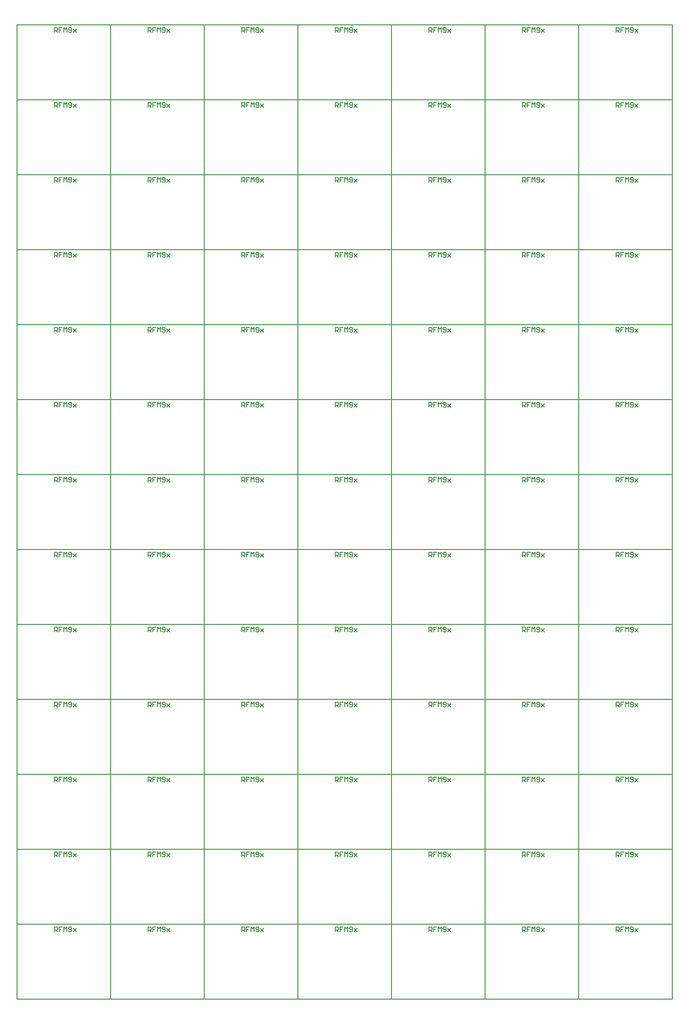
<source format=gm1>
G04 Layer_Color=16711935*
%FSLAX25Y25*%
%MOIN*%
G70*
G01*
G75*
%ADD16C,0.01000*%
D16*
X0Y0D02*
X100000D01*
X0D02*
Y80000D01*
X100000D01*
Y0D02*
Y80000D01*
X100000Y80000D02*
Y160000D01*
X0Y80000D02*
Y160000D01*
Y80000D02*
X100000D01*
X0Y160000D02*
X100000D01*
Y160000D02*
Y240000D01*
X0Y160000D02*
Y240000D01*
Y160000D02*
X100000D01*
X0Y240000D02*
X100000D01*
Y320000D01*
X0Y240000D02*
Y320000D01*
Y240000D02*
X100000D01*
X0Y320000D02*
X100000D01*
Y400000D01*
X0Y320000D02*
Y400000D01*
Y320000D02*
X100000D01*
X0Y400000D02*
X100000D01*
Y480000D01*
X0Y400000D02*
Y480000D01*
Y400000D02*
X100000D01*
X0Y480000D02*
X100000D01*
Y560000D01*
X0Y480000D02*
Y560000D01*
Y480000D02*
X100000D01*
X0Y560000D02*
X100000D01*
Y640000D01*
X0Y560000D02*
Y640000D01*
Y560000D02*
X100000D01*
X0Y640000D02*
X100000D01*
Y720000D01*
X0Y640000D02*
Y720000D01*
Y640000D02*
X100000D01*
X0Y720000D02*
X100000D01*
Y800000D01*
X0Y720000D02*
Y800000D01*
Y720000D02*
X100000D01*
X0Y800000D02*
X100000D01*
Y880000D01*
X0Y800000D02*
Y880000D01*
Y800000D02*
X100000D01*
X0Y880000D02*
X100000D01*
Y960000D01*
X0Y880000D02*
Y960000D01*
Y880000D02*
X100000D01*
X0Y960000D02*
X100000D01*
Y1040000D01*
X0Y960000D02*
Y1040000D01*
Y960000D02*
X100000D01*
X0Y1040000D02*
X100000D01*
X200000Y160000D02*
Y240000D01*
Y400000D02*
Y480000D01*
Y560000D02*
Y640000D01*
Y800000D02*
Y880000D01*
X200000Y0D02*
Y80000D01*
X200000Y80000D02*
Y160000D01*
Y240000D02*
Y320000D01*
Y400000D01*
Y480000D02*
Y560000D01*
Y640000D02*
Y720000D01*
Y800000D01*
Y880000D02*
Y960000D01*
Y1040000D01*
X100000Y160000D02*
Y240000D01*
Y400000D02*
Y480000D01*
Y560000D02*
Y640000D01*
Y800000D02*
Y880000D01*
X100000Y0D02*
Y80000D01*
X100000Y80000D02*
Y160000D01*
Y240000D02*
Y320000D01*
Y400000D01*
Y480000D02*
Y560000D01*
Y640000D02*
Y720000D01*
Y800000D01*
Y880000D02*
Y960000D01*
Y1040000D01*
X100000Y0D02*
X200000D01*
X100000Y80000D02*
X200000D01*
X100000Y80000D02*
X200000D01*
X100000Y160000D02*
X200000D01*
X100000Y160000D02*
X200000D01*
X100000Y240000D02*
X200000D01*
X100000D02*
X200000D01*
X100000Y320000D02*
X200000D01*
X100000D02*
X200000D01*
X100000Y400000D02*
X200000D01*
X100000D02*
X200000D01*
X100000Y480000D02*
X200000D01*
X100000D02*
X200000D01*
X100000Y560000D02*
X200000D01*
X100000D02*
X200000D01*
X100000Y640000D02*
X200000D01*
X100000D02*
X200000D01*
X100000Y720000D02*
X200000D01*
X100000D02*
X200000D01*
X100000Y800000D02*
X200000D01*
X100000D02*
X200000D01*
X100000Y880000D02*
X200000D01*
X100000D02*
X200000D01*
X100000Y960000D02*
X200000D01*
X100000D02*
X200000D01*
X100000Y1040000D02*
X200000D01*
X300000Y160000D02*
Y240000D01*
X300000Y160000D02*
Y240000D01*
X300000Y400000D02*
Y480000D01*
X300000Y400000D02*
Y480000D01*
X300000Y560000D02*
Y640000D01*
X300000Y560000D02*
Y640000D01*
X300000Y800000D02*
Y880000D01*
X300000Y800000D02*
Y880000D01*
X300000Y0D02*
Y80000D01*
X300000Y80000D02*
Y160000D01*
Y240000D02*
Y320000D01*
Y400000D01*
X300000Y80000D02*
Y160000D01*
Y240000D02*
Y320000D01*
Y400000D01*
X300000Y0D02*
Y80000D01*
X300000Y480000D02*
Y560000D01*
Y640000D02*
Y720000D01*
Y800000D01*
Y880000D02*
Y960000D01*
X300000Y480000D02*
Y560000D01*
Y720000D02*
Y800000D01*
Y880000D02*
Y960000D01*
Y640000D02*
Y720000D01*
X300000Y960000D02*
Y1040000D01*
X300000Y960000D02*
Y1040000D01*
X200000Y160000D02*
Y240000D01*
Y400000D02*
Y480000D01*
Y560000D02*
Y640000D01*
Y800000D02*
Y880000D01*
X400000Y160000D02*
Y240000D01*
Y400000D02*
Y480000D01*
Y560000D02*
Y640000D01*
Y800000D02*
Y880000D01*
X200000Y0D02*
Y80000D01*
X200000Y80000D02*
Y160000D01*
Y240000D02*
Y320000D01*
Y400000D01*
Y480000D02*
Y560000D01*
Y640000D02*
Y720000D01*
Y800000D01*
Y880000D02*
Y960000D01*
X400000Y80000D02*
Y160000D01*
Y240000D02*
Y320000D01*
Y400000D01*
X400000Y0D02*
Y80000D01*
X400000Y480000D02*
Y560000D01*
Y720000D02*
Y800000D01*
Y880000D02*
Y960000D01*
Y640000D02*
Y720000D01*
X200000Y960000D02*
Y1040000D01*
X400000Y960000D02*
Y1040000D01*
X200000Y0D02*
X300000D01*
X300000D02*
X400000D01*
X200000Y80000D02*
X300000D01*
X200000Y80000D02*
X300000D01*
X300000Y80000D02*
X400000D01*
X300000Y80000D02*
X400000D01*
X200000Y160000D02*
X300000D01*
X200000Y160000D02*
X300000D01*
X300000Y160000D02*
X400000D01*
X300000Y160000D02*
X400000D01*
X200000Y240000D02*
X300000D01*
X200000D02*
X300000D01*
X300000D02*
X400000D01*
X300000D02*
X400000D01*
X200000Y320000D02*
X300000D01*
X200000D02*
X300000D01*
X300000D02*
X400000D01*
X300000D02*
X400000D01*
X200000Y400000D02*
X300000D01*
X200000D02*
X300000D01*
X300000D02*
X400000D01*
X300000D02*
X400000D01*
X200000Y480000D02*
X300000D01*
X200000D02*
X300000D01*
X300000D02*
X400000D01*
X300000D02*
X400000D01*
X200000Y560000D02*
X300000D01*
X200000D02*
X300000D01*
X300000D02*
X400000D01*
X300000D02*
X400000D01*
X200000Y640000D02*
X300000D01*
X200000D02*
X300000D01*
X300000D02*
X400000D01*
X300000D02*
X400000D01*
X200000Y720000D02*
X300000D01*
X200000D02*
X300000D01*
X300000D02*
X400000D01*
X300000D02*
X400000D01*
X200000Y800000D02*
X300000D01*
X200000D02*
X300000D01*
X300000D02*
X400000D01*
X300000D02*
X400000D01*
X200000Y880000D02*
X300000D01*
X200000D02*
X300000D01*
X300000D02*
X400000D01*
X300000D02*
X400000D01*
X200000Y960000D02*
X300000D01*
X200000D02*
X300000D01*
X300000D02*
X400000D01*
X300000D02*
X400000D01*
X200000Y1040000D02*
X300000D01*
X300000D02*
X400000D01*
X500000Y160000D02*
Y240000D01*
X500000Y160000D02*
Y240000D01*
X500000Y400000D02*
Y480000D01*
X500000Y400000D02*
Y480000D01*
X500000Y560000D02*
Y640000D01*
X500000Y560000D02*
Y640000D01*
X500000Y800000D02*
Y880000D01*
X500000Y800000D02*
Y880000D01*
X500000Y0D02*
Y80000D01*
X500000Y80000D02*
Y160000D01*
Y240000D02*
Y320000D01*
Y400000D01*
X500000Y80000D02*
Y160000D01*
Y240000D02*
Y320000D01*
Y400000D01*
X500000Y0D02*
Y80000D01*
X500000Y480000D02*
Y560000D01*
Y640000D02*
Y720000D01*
Y800000D01*
Y880000D02*
Y960000D01*
X500000Y480000D02*
Y560000D01*
Y720000D02*
Y800000D01*
Y880000D02*
Y960000D01*
Y640000D02*
Y720000D01*
X500000Y960000D02*
Y1040000D01*
X500000Y960000D02*
Y1040000D01*
X400000Y160000D02*
Y240000D01*
Y400000D02*
Y480000D01*
Y560000D02*
Y640000D01*
Y800000D02*
Y880000D01*
X600000Y160000D02*
Y240000D01*
Y400000D02*
Y480000D01*
Y560000D02*
Y640000D01*
Y800000D02*
Y880000D01*
X400000Y0D02*
Y80000D01*
X400000Y80000D02*
Y160000D01*
Y240000D02*
Y320000D01*
Y400000D01*
Y480000D02*
Y560000D01*
Y640000D02*
Y720000D01*
Y800000D01*
Y880000D02*
Y960000D01*
X600000Y80000D02*
Y160000D01*
Y240000D02*
Y320000D01*
Y400000D01*
X600000Y0D02*
Y80000D01*
X600000Y480000D02*
Y560000D01*
Y720000D02*
Y800000D01*
Y880000D02*
Y960000D01*
Y640000D02*
Y720000D01*
X400000Y960000D02*
Y1040000D01*
X600000Y960000D02*
Y1040000D01*
X400000Y0D02*
X500000D01*
X500000D02*
X600000D01*
X400000Y80000D02*
X500000D01*
X400000Y80000D02*
X500000D01*
X500000Y80000D02*
X600000D01*
X500000Y80000D02*
X600000D01*
X400000Y160000D02*
X500000D01*
X400000Y160000D02*
X500000D01*
X500000Y160000D02*
X600000D01*
X500000Y160000D02*
X600000D01*
X400000Y240000D02*
X500000D01*
X400000D02*
X500000D01*
X500000D02*
X600000D01*
X500000D02*
X600000D01*
X400000Y320000D02*
X500000D01*
X400000D02*
X500000D01*
X500000D02*
X600000D01*
X500000D02*
X600000D01*
X400000Y400000D02*
X500000D01*
X400000D02*
X500000D01*
X500000D02*
X600000D01*
X500000D02*
X600000D01*
X400000Y480000D02*
X500000D01*
X400000D02*
X500000D01*
X500000D02*
X600000D01*
X500000D02*
X600000D01*
X400000Y560000D02*
X500000D01*
X400000D02*
X500000D01*
X500000D02*
X600000D01*
X500000D02*
X600000D01*
X400000Y640000D02*
X500000D01*
X400000D02*
X500000D01*
X500000D02*
X600000D01*
X500000D02*
X600000D01*
X400000Y720000D02*
X500000D01*
X400000D02*
X500000D01*
X500000D02*
X600000D01*
X500000D02*
X600000D01*
X400000Y800000D02*
X500000D01*
X400000D02*
X500000D01*
X500000D02*
X600000D01*
X500000D02*
X600000D01*
X400000Y880000D02*
X500000D01*
X400000D02*
X500000D01*
X500000D02*
X600000D01*
X500000D02*
X600000D01*
X400000Y960000D02*
X500000D01*
X400000D02*
X500000D01*
X500000D02*
X600000D01*
X500000D02*
X600000D01*
X400000Y1040000D02*
X500000D01*
X500000D02*
X600000D01*
X600000Y160000D02*
Y240000D01*
X600000Y160000D02*
Y240000D01*
X600000Y400000D02*
Y480000D01*
X600000Y400000D02*
Y480000D01*
X600000Y560000D02*
Y640000D01*
X600000Y560000D02*
Y640000D01*
X600000Y800000D02*
Y880000D01*
X600000Y800000D02*
Y880000D01*
X600000Y0D02*
Y80000D01*
X600000Y80000D02*
Y160000D01*
Y240000D02*
Y320000D01*
Y400000D01*
X600000Y80000D02*
Y160000D01*
Y240000D02*
Y320000D01*
Y400000D01*
X600000Y0D02*
Y80000D01*
X600000Y480000D02*
Y560000D01*
Y640000D02*
Y720000D01*
Y800000D01*
Y880000D02*
Y960000D01*
X600000Y480000D02*
Y560000D01*
Y720000D02*
Y800000D01*
Y880000D02*
Y960000D01*
Y640000D02*
Y720000D01*
X600000Y960000D02*
Y1040000D01*
X600000Y960000D02*
Y1040000D01*
X700000Y160000D02*
Y240000D01*
Y400000D02*
Y480000D01*
Y560000D02*
Y640000D01*
Y800000D02*
Y880000D01*
Y80000D02*
Y160000D01*
Y240000D02*
Y320000D01*
Y400000D01*
X700000Y0D02*
Y80000D01*
X700000Y480000D02*
Y560000D01*
Y720000D02*
Y800000D01*
Y880000D02*
Y960000D01*
Y640000D02*
Y720000D01*
Y960000D02*
Y1040000D01*
X600000Y0D02*
X700000D01*
X600000Y80000D02*
X700000D01*
X600000Y80000D02*
X700000D01*
X600000Y160000D02*
X700000D01*
X600000Y160000D02*
X700000D01*
X600000Y240000D02*
X700000D01*
X600000D02*
X700000D01*
X600000Y320000D02*
X700000D01*
X600000D02*
X700000D01*
X600000Y400000D02*
X700000D01*
X600000D02*
X700000D01*
X600000Y480000D02*
X700000D01*
X600000D02*
X700000D01*
X600000Y560000D02*
X700000D01*
X600000D02*
X700000D01*
X600000Y640000D02*
X700000D01*
X600000D02*
X700000D01*
X600000Y720000D02*
X700000D01*
X600000D02*
X700000D01*
X600000Y800000D02*
X700000D01*
X600000D02*
X700000D01*
X600000Y880000D02*
X700000D01*
X600000D02*
X700000D01*
X600000Y960000D02*
X700000D01*
X600000D02*
X700000D01*
X600000Y1040000D02*
X700000D01*
X40000Y72000D02*
Y76998D01*
X42499D01*
X43332Y76165D01*
Y74499D01*
X42499Y73666D01*
X40000D01*
X41666D02*
X43332Y72000D01*
X48331Y76998D02*
X44998D01*
Y74499D01*
X46665D01*
X44998D01*
Y72000D01*
X49997D02*
Y76998D01*
X51663Y75332D01*
X53329Y76998D01*
Y72000D01*
X54995Y72833D02*
X55828Y72000D01*
X57494D01*
X58327Y72833D01*
Y76165D01*
X57494Y76998D01*
X55828D01*
X54995Y76165D01*
Y75332D01*
X55828Y74499D01*
X58327D01*
X59993Y75332D02*
X63326Y72000D01*
X61660Y73666D01*
X63326Y75332D01*
X59993Y72000D01*
X40000Y152000D02*
Y156998D01*
X42499D01*
X43332Y156165D01*
Y154499D01*
X42499Y153666D01*
X40000D01*
X41666D02*
X43332Y152000D01*
X48331Y156998D02*
X44998D01*
Y154499D01*
X46665D01*
X44998D01*
Y152000D01*
X49997D02*
Y156998D01*
X51663Y155332D01*
X53329Y156998D01*
Y152000D01*
X54995Y152833D02*
X55828Y152000D01*
X57494D01*
X58327Y152833D01*
Y156165D01*
X57494Y156998D01*
X55828D01*
X54995Y156165D01*
Y155332D01*
X55828Y154499D01*
X58327D01*
X59993Y155332D02*
X63326Y152000D01*
X61660Y153666D01*
X63326Y155332D01*
X59993Y152000D01*
X40000Y232000D02*
Y236998D01*
X42499D01*
X43332Y236165D01*
Y234499D01*
X42499Y233666D01*
X40000D01*
X41666D02*
X43332Y232000D01*
X48331Y236998D02*
X44998D01*
Y234499D01*
X46665D01*
X44998D01*
Y232000D01*
X49997D02*
Y236998D01*
X51663Y235332D01*
X53329Y236998D01*
Y232000D01*
X54995Y232833D02*
X55828Y232000D01*
X57494D01*
X58327Y232833D01*
Y236165D01*
X57494Y236998D01*
X55828D01*
X54995Y236165D01*
Y235332D01*
X55828Y234499D01*
X58327D01*
X59993Y235332D02*
X63326Y232000D01*
X61660Y233666D01*
X63326Y235332D01*
X59993Y232000D01*
X40000Y312000D02*
Y316998D01*
X42499D01*
X43332Y316165D01*
Y314499D01*
X42499Y313666D01*
X40000D01*
X41666D02*
X43332Y312000D01*
X48331Y316998D02*
X44998D01*
Y314499D01*
X46665D01*
X44998D01*
Y312000D01*
X49997D02*
Y316998D01*
X51663Y315332D01*
X53329Y316998D01*
Y312000D01*
X54995Y312833D02*
X55828Y312000D01*
X57494D01*
X58327Y312833D01*
Y316165D01*
X57494Y316998D01*
X55828D01*
X54995Y316165D01*
Y315332D01*
X55828Y314499D01*
X58327D01*
X59993Y315332D02*
X63326Y312000D01*
X61660Y313666D01*
X63326Y315332D01*
X59993Y312000D01*
X40000Y392000D02*
Y396998D01*
X42499D01*
X43332Y396165D01*
Y394499D01*
X42499Y393666D01*
X40000D01*
X41666D02*
X43332Y392000D01*
X48331Y396998D02*
X44998D01*
Y394499D01*
X46665D01*
X44998D01*
Y392000D01*
X49997D02*
Y396998D01*
X51663Y395332D01*
X53329Y396998D01*
Y392000D01*
X54995Y392833D02*
X55828Y392000D01*
X57494D01*
X58327Y392833D01*
Y396165D01*
X57494Y396998D01*
X55828D01*
X54995Y396165D01*
Y395332D01*
X55828Y394499D01*
X58327D01*
X59993Y395332D02*
X63326Y392000D01*
X61660Y393666D01*
X63326Y395332D01*
X59993Y392000D01*
X40000Y472000D02*
Y476998D01*
X42499D01*
X43332Y476165D01*
Y474499D01*
X42499Y473666D01*
X40000D01*
X41666D02*
X43332Y472000D01*
X48331Y476998D02*
X44998D01*
Y474499D01*
X46665D01*
X44998D01*
Y472000D01*
X49997D02*
Y476998D01*
X51663Y475332D01*
X53329Y476998D01*
Y472000D01*
X54995Y472833D02*
X55828Y472000D01*
X57494D01*
X58327Y472833D01*
Y476165D01*
X57494Y476998D01*
X55828D01*
X54995Y476165D01*
Y475332D01*
X55828Y474499D01*
X58327D01*
X59993Y475332D02*
X63326Y472000D01*
X61660Y473666D01*
X63326Y475332D01*
X59993Y472000D01*
X40000Y552000D02*
Y556998D01*
X42499D01*
X43332Y556165D01*
Y554499D01*
X42499Y553666D01*
X40000D01*
X41666D02*
X43332Y552000D01*
X48331Y556998D02*
X44998D01*
Y554499D01*
X46665D01*
X44998D01*
Y552000D01*
X49997D02*
Y556998D01*
X51663Y555332D01*
X53329Y556998D01*
Y552000D01*
X54995Y552833D02*
X55828Y552000D01*
X57494D01*
X58327Y552833D01*
Y556165D01*
X57494Y556998D01*
X55828D01*
X54995Y556165D01*
Y555332D01*
X55828Y554499D01*
X58327D01*
X59993Y555332D02*
X63326Y552000D01*
X61660Y553666D01*
X63326Y555332D01*
X59993Y552000D01*
X40000Y632000D02*
Y636998D01*
X42499D01*
X43332Y636165D01*
Y634499D01*
X42499Y633666D01*
X40000D01*
X41666D02*
X43332Y632000D01*
X48331Y636998D02*
X44998D01*
Y634499D01*
X46665D01*
X44998D01*
Y632000D01*
X49997D02*
Y636998D01*
X51663Y635332D01*
X53329Y636998D01*
Y632000D01*
X54995Y632833D02*
X55828Y632000D01*
X57494D01*
X58327Y632833D01*
Y636165D01*
X57494Y636998D01*
X55828D01*
X54995Y636165D01*
Y635332D01*
X55828Y634499D01*
X58327D01*
X59993Y635332D02*
X63326Y632000D01*
X61660Y633666D01*
X63326Y635332D01*
X59993Y632000D01*
X40000Y712000D02*
Y716998D01*
X42499D01*
X43332Y716165D01*
Y714499D01*
X42499Y713666D01*
X40000D01*
X41666D02*
X43332Y712000D01*
X48331Y716998D02*
X44998D01*
Y714499D01*
X46665D01*
X44998D01*
Y712000D01*
X49997D02*
Y716998D01*
X51663Y715332D01*
X53329Y716998D01*
Y712000D01*
X54995Y712833D02*
X55828Y712000D01*
X57494D01*
X58327Y712833D01*
Y716165D01*
X57494Y716998D01*
X55828D01*
X54995Y716165D01*
Y715332D01*
X55828Y714499D01*
X58327D01*
X59993Y715332D02*
X63326Y712000D01*
X61660Y713666D01*
X63326Y715332D01*
X59993Y712000D01*
X40000Y792000D02*
Y796998D01*
X42499D01*
X43332Y796165D01*
Y794499D01*
X42499Y793666D01*
X40000D01*
X41666D02*
X43332Y792000D01*
X48331Y796998D02*
X44998D01*
Y794499D01*
X46665D01*
X44998D01*
Y792000D01*
X49997D02*
Y796998D01*
X51663Y795332D01*
X53329Y796998D01*
Y792000D01*
X54995Y792833D02*
X55828Y792000D01*
X57494D01*
X58327Y792833D01*
Y796165D01*
X57494Y796998D01*
X55828D01*
X54995Y796165D01*
Y795332D01*
X55828Y794499D01*
X58327D01*
X59993Y795332D02*
X63326Y792000D01*
X61660Y793666D01*
X63326Y795332D01*
X59993Y792000D01*
X40000Y872000D02*
Y876998D01*
X42499D01*
X43332Y876165D01*
Y874499D01*
X42499Y873666D01*
X40000D01*
X41666D02*
X43332Y872000D01*
X48331Y876998D02*
X44998D01*
Y874499D01*
X46665D01*
X44998D01*
Y872000D01*
X49997D02*
Y876998D01*
X51663Y875332D01*
X53329Y876998D01*
Y872000D01*
X54995Y872833D02*
X55828Y872000D01*
X57494D01*
X58327Y872833D01*
Y876165D01*
X57494Y876998D01*
X55828D01*
X54995Y876165D01*
Y875332D01*
X55828Y874499D01*
X58327D01*
X59993Y875332D02*
X63326Y872000D01*
X61660Y873666D01*
X63326Y875332D01*
X59993Y872000D01*
X40000Y952000D02*
Y956998D01*
X42499D01*
X43332Y956165D01*
Y954499D01*
X42499Y953666D01*
X40000D01*
X41666D02*
X43332Y952000D01*
X48331Y956998D02*
X44998D01*
Y954499D01*
X46665D01*
X44998D01*
Y952000D01*
X49997D02*
Y956998D01*
X51663Y955332D01*
X53329Y956998D01*
Y952000D01*
X54995Y952833D02*
X55828Y952000D01*
X57494D01*
X58327Y952833D01*
Y956165D01*
X57494Y956998D01*
X55828D01*
X54995Y956165D01*
Y955332D01*
X55828Y954499D01*
X58327D01*
X59993Y955332D02*
X63326Y952000D01*
X61660Y953666D01*
X63326Y955332D01*
X59993Y952000D01*
X40000Y1032000D02*
Y1036998D01*
X42499D01*
X43332Y1036165D01*
Y1034499D01*
X42499Y1033666D01*
X40000D01*
X41666D02*
X43332Y1032000D01*
X48331Y1036998D02*
X44998D01*
Y1034499D01*
X46665D01*
X44998D01*
Y1032000D01*
X49997D02*
Y1036998D01*
X51663Y1035332D01*
X53329Y1036998D01*
Y1032000D01*
X54995Y1032833D02*
X55828Y1032000D01*
X57494D01*
X58327Y1032833D01*
Y1036165D01*
X57494Y1036998D01*
X55828D01*
X54995Y1036165D01*
Y1035332D01*
X55828Y1034499D01*
X58327D01*
X59993Y1035332D02*
X63326Y1032000D01*
X61660Y1033666D01*
X63326Y1035332D01*
X59993Y1032000D01*
X140000Y72000D02*
Y76998D01*
X142499D01*
X143333Y76165D01*
Y74499D01*
X142499Y73666D01*
X140000D01*
X141666D02*
X143333Y72000D01*
X148331Y76998D02*
X144999D01*
Y74499D01*
X146665D01*
X144999D01*
Y72000D01*
X149997D02*
Y76998D01*
X151663Y75332D01*
X153329Y76998D01*
Y72000D01*
X154995Y72833D02*
X155828Y72000D01*
X157494D01*
X158328Y72833D01*
Y76165D01*
X157494Y76998D01*
X155828D01*
X154995Y76165D01*
Y75332D01*
X155828Y74499D01*
X158328D01*
X159994Y75332D02*
X163326Y72000D01*
X161660Y73666D01*
X163326Y75332D01*
X159994Y72000D01*
X140000Y152000D02*
Y156998D01*
X142499D01*
X143332Y156165D01*
Y154499D01*
X142499Y153666D01*
X140000D01*
X141666D02*
X143332Y152000D01*
X148331Y156998D02*
X144999D01*
Y154499D01*
X146665D01*
X144999D01*
Y152000D01*
X149997D02*
Y156998D01*
X151663Y155332D01*
X153329Y156998D01*
Y152000D01*
X154995Y152833D02*
X155828Y152000D01*
X157494D01*
X158327Y152833D01*
Y156165D01*
X157494Y156998D01*
X155828D01*
X154995Y156165D01*
Y155332D01*
X155828Y154499D01*
X158327D01*
X159994Y155332D02*
X163326Y152000D01*
X161660Y153666D01*
X163326Y155332D01*
X159994Y152000D01*
X140000Y232000D02*
Y236998D01*
X142499D01*
X143332Y236165D01*
Y234499D01*
X142499Y233666D01*
X140000D01*
X141666D02*
X143332Y232000D01*
X148331Y236998D02*
X144999D01*
Y234499D01*
X146665D01*
X144999D01*
Y232000D01*
X149997D02*
Y236998D01*
X151663Y235332D01*
X153329Y236998D01*
Y232000D01*
X154995Y232833D02*
X155828Y232000D01*
X157494D01*
X158327Y232833D01*
Y236165D01*
X157494Y236998D01*
X155828D01*
X154995Y236165D01*
Y235332D01*
X155828Y234499D01*
X158327D01*
X159994Y235332D02*
X163326Y232000D01*
X161660Y233666D01*
X163326Y235332D01*
X159994Y232000D01*
X140000Y312000D02*
Y316998D01*
X142499D01*
X143332Y316165D01*
Y314499D01*
X142499Y313666D01*
X140000D01*
X141666D02*
X143332Y312000D01*
X148331Y316998D02*
X144999D01*
Y314499D01*
X146665D01*
X144999D01*
Y312000D01*
X149997D02*
Y316998D01*
X151663Y315332D01*
X153329Y316998D01*
Y312000D01*
X154995Y312833D02*
X155828Y312000D01*
X157494D01*
X158327Y312833D01*
Y316165D01*
X157494Y316998D01*
X155828D01*
X154995Y316165D01*
Y315332D01*
X155828Y314499D01*
X158327D01*
X159994Y315332D02*
X163326Y312000D01*
X161660Y313666D01*
X163326Y315332D01*
X159994Y312000D01*
X140000Y392000D02*
Y396998D01*
X142499D01*
X143332Y396165D01*
Y394499D01*
X142499Y393666D01*
X140000D01*
X141666D02*
X143332Y392000D01*
X148331Y396998D02*
X144999D01*
Y394499D01*
X146665D01*
X144999D01*
Y392000D01*
X149997D02*
Y396998D01*
X151663Y395332D01*
X153329Y396998D01*
Y392000D01*
X154995Y392833D02*
X155828Y392000D01*
X157494D01*
X158327Y392833D01*
Y396165D01*
X157494Y396998D01*
X155828D01*
X154995Y396165D01*
Y395332D01*
X155828Y394499D01*
X158327D01*
X159994Y395332D02*
X163326Y392000D01*
X161660Y393666D01*
X163326Y395332D01*
X159994Y392000D01*
X140000Y472000D02*
Y476998D01*
X142499D01*
X143332Y476165D01*
Y474499D01*
X142499Y473666D01*
X140000D01*
X141666D02*
X143332Y472000D01*
X148331Y476998D02*
X144999D01*
Y474499D01*
X146665D01*
X144999D01*
Y472000D01*
X149997D02*
Y476998D01*
X151663Y475332D01*
X153329Y476998D01*
Y472000D01*
X154995Y472833D02*
X155828Y472000D01*
X157494D01*
X158327Y472833D01*
Y476165D01*
X157494Y476998D01*
X155828D01*
X154995Y476165D01*
Y475332D01*
X155828Y474499D01*
X158327D01*
X159994Y475332D02*
X163326Y472000D01*
X161660Y473666D01*
X163326Y475332D01*
X159994Y472000D01*
X140000Y552000D02*
Y556998D01*
X142499D01*
X143332Y556165D01*
Y554499D01*
X142499Y553666D01*
X140000D01*
X141666D02*
X143332Y552000D01*
X148331Y556998D02*
X144999D01*
Y554499D01*
X146665D01*
X144999D01*
Y552000D01*
X149997D02*
Y556998D01*
X151663Y555332D01*
X153329Y556998D01*
Y552000D01*
X154995Y552833D02*
X155828Y552000D01*
X157494D01*
X158327Y552833D01*
Y556165D01*
X157494Y556998D01*
X155828D01*
X154995Y556165D01*
Y555332D01*
X155828Y554499D01*
X158327D01*
X159994Y555332D02*
X163326Y552000D01*
X161660Y553666D01*
X163326Y555332D01*
X159994Y552000D01*
X140000Y632000D02*
Y636998D01*
X142499D01*
X143332Y636165D01*
Y634499D01*
X142499Y633666D01*
X140000D01*
X141666D02*
X143332Y632000D01*
X148331Y636998D02*
X144999D01*
Y634499D01*
X146665D01*
X144999D01*
Y632000D01*
X149997D02*
Y636998D01*
X151663Y635332D01*
X153329Y636998D01*
Y632000D01*
X154995Y632833D02*
X155828Y632000D01*
X157494D01*
X158327Y632833D01*
Y636165D01*
X157494Y636998D01*
X155828D01*
X154995Y636165D01*
Y635332D01*
X155828Y634499D01*
X158327D01*
X159994Y635332D02*
X163326Y632000D01*
X161660Y633666D01*
X163326Y635332D01*
X159994Y632000D01*
X140000Y712000D02*
Y716998D01*
X142499D01*
X143332Y716165D01*
Y714499D01*
X142499Y713666D01*
X140000D01*
X141666D02*
X143332Y712000D01*
X148331Y716998D02*
X144999D01*
Y714499D01*
X146665D01*
X144999D01*
Y712000D01*
X149997D02*
Y716998D01*
X151663Y715332D01*
X153329Y716998D01*
Y712000D01*
X154995Y712833D02*
X155828Y712000D01*
X157494D01*
X158327Y712833D01*
Y716165D01*
X157494Y716998D01*
X155828D01*
X154995Y716165D01*
Y715332D01*
X155828Y714499D01*
X158327D01*
X159994Y715332D02*
X163326Y712000D01*
X161660Y713666D01*
X163326Y715332D01*
X159994Y712000D01*
X140000Y792000D02*
Y796998D01*
X142499D01*
X143332Y796165D01*
Y794499D01*
X142499Y793666D01*
X140000D01*
X141666D02*
X143332Y792000D01*
X148331Y796998D02*
X144999D01*
Y794499D01*
X146665D01*
X144999D01*
Y792000D01*
X149997D02*
Y796998D01*
X151663Y795332D01*
X153329Y796998D01*
Y792000D01*
X154995Y792833D02*
X155828Y792000D01*
X157494D01*
X158327Y792833D01*
Y796165D01*
X157494Y796998D01*
X155828D01*
X154995Y796165D01*
Y795332D01*
X155828Y794499D01*
X158327D01*
X159994Y795332D02*
X163326Y792000D01*
X161660Y793666D01*
X163326Y795332D01*
X159994Y792000D01*
X140000Y872000D02*
Y876998D01*
X142499D01*
X143332Y876165D01*
Y874499D01*
X142499Y873666D01*
X140000D01*
X141666D02*
X143332Y872000D01*
X148331Y876998D02*
X144999D01*
Y874499D01*
X146665D01*
X144999D01*
Y872000D01*
X149997D02*
Y876998D01*
X151663Y875332D01*
X153329Y876998D01*
Y872000D01*
X154995Y872833D02*
X155828Y872000D01*
X157494D01*
X158327Y872833D01*
Y876165D01*
X157494Y876998D01*
X155828D01*
X154995Y876165D01*
Y875332D01*
X155828Y874499D01*
X158327D01*
X159994Y875332D02*
X163326Y872000D01*
X161660Y873666D01*
X163326Y875332D01*
X159994Y872000D01*
X140000Y952000D02*
Y956998D01*
X142499D01*
X143332Y956165D01*
Y954499D01*
X142499Y953666D01*
X140000D01*
X141666D02*
X143332Y952000D01*
X148331Y956998D02*
X144999D01*
Y954499D01*
X146665D01*
X144999D01*
Y952000D01*
X149997D02*
Y956998D01*
X151663Y955332D01*
X153329Y956998D01*
Y952000D01*
X154995Y952833D02*
X155828Y952000D01*
X157494D01*
X158327Y952833D01*
Y956165D01*
X157494Y956998D01*
X155828D01*
X154995Y956165D01*
Y955332D01*
X155828Y954499D01*
X158327D01*
X159994Y955332D02*
X163326Y952000D01*
X161660Y953666D01*
X163326Y955332D01*
X159994Y952000D01*
X140000Y1032000D02*
Y1036998D01*
X142499D01*
X143332Y1036165D01*
Y1034499D01*
X142499Y1033666D01*
X140000D01*
X141666D02*
X143332Y1032000D01*
X148331Y1036998D02*
X144999D01*
Y1034499D01*
X146665D01*
X144999D01*
Y1032000D01*
X149997D02*
Y1036998D01*
X151663Y1035332D01*
X153329Y1036998D01*
Y1032000D01*
X154995Y1032833D02*
X155828Y1032000D01*
X157494D01*
X158327Y1032833D01*
Y1036165D01*
X157494Y1036998D01*
X155828D01*
X154995Y1036165D01*
Y1035332D01*
X155828Y1034499D01*
X158327D01*
X159994Y1035332D02*
X163326Y1032000D01*
X161660Y1033666D01*
X163326Y1035332D01*
X159994Y1032000D01*
X240000Y72000D02*
Y76998D01*
X242499D01*
X243332Y76165D01*
Y74499D01*
X242499Y73666D01*
X240000D01*
X241666D02*
X243332Y72000D01*
X248331Y76998D02*
X244998D01*
Y74499D01*
X246665D01*
X244998D01*
Y72000D01*
X249997D02*
Y76998D01*
X251663Y75332D01*
X253329Y76998D01*
Y72000D01*
X254995Y72833D02*
X255828Y72000D01*
X257494D01*
X258327Y72833D01*
Y76165D01*
X257494Y76998D01*
X255828D01*
X254995Y76165D01*
Y75332D01*
X255828Y74499D01*
X258327D01*
X259994Y75332D02*
X263326Y72000D01*
X261660Y73666D01*
X263326Y75332D01*
X259994Y72000D01*
X240000Y152000D02*
Y156998D01*
X242499D01*
X243332Y156165D01*
Y154499D01*
X242499Y153666D01*
X240000D01*
X241666D02*
X243332Y152000D01*
X248330Y156998D02*
X244998D01*
Y154499D01*
X246664D01*
X244998D01*
Y152000D01*
X249997D02*
Y156998D01*
X251663Y155332D01*
X253329Y156998D01*
Y152000D01*
X254995Y152833D02*
X255828Y152000D01*
X257494D01*
X258327Y152833D01*
Y156165D01*
X257494Y156998D01*
X255828D01*
X254995Y156165D01*
Y155332D01*
X255828Y154499D01*
X258327D01*
X259993Y155332D02*
X263326Y152000D01*
X261660Y153666D01*
X263326Y155332D01*
X259993Y152000D01*
X240000Y232000D02*
Y236998D01*
X242499D01*
X243332Y236165D01*
Y234499D01*
X242499Y233666D01*
X240000D01*
X241666D02*
X243332Y232000D01*
X248330Y236998D02*
X244998D01*
Y234499D01*
X246664D01*
X244998D01*
Y232000D01*
X249997D02*
Y236998D01*
X251663Y235332D01*
X253329Y236998D01*
Y232000D01*
X254995Y232833D02*
X255828Y232000D01*
X257494D01*
X258327Y232833D01*
Y236165D01*
X257494Y236998D01*
X255828D01*
X254995Y236165D01*
Y235332D01*
X255828Y234499D01*
X258327D01*
X259993Y235332D02*
X263326Y232000D01*
X261660Y233666D01*
X263326Y235332D01*
X259993Y232000D01*
X240000Y312000D02*
Y316998D01*
X242499D01*
X243332Y316165D01*
Y314499D01*
X242499Y313666D01*
X240000D01*
X241666D02*
X243332Y312000D01*
X248330Y316998D02*
X244998D01*
Y314499D01*
X246664D01*
X244998D01*
Y312000D01*
X249997D02*
Y316998D01*
X251663Y315332D01*
X253329Y316998D01*
Y312000D01*
X254995Y312833D02*
X255828Y312000D01*
X257494D01*
X258327Y312833D01*
Y316165D01*
X257494Y316998D01*
X255828D01*
X254995Y316165D01*
Y315332D01*
X255828Y314499D01*
X258327D01*
X259993Y315332D02*
X263326Y312000D01*
X261660Y313666D01*
X263326Y315332D01*
X259993Y312000D01*
X240000Y392000D02*
Y396998D01*
X242499D01*
X243332Y396165D01*
Y394499D01*
X242499Y393666D01*
X240000D01*
X241666D02*
X243332Y392000D01*
X248330Y396998D02*
X244998D01*
Y394499D01*
X246664D01*
X244998D01*
Y392000D01*
X249997D02*
Y396998D01*
X251663Y395332D01*
X253329Y396998D01*
Y392000D01*
X254995Y392833D02*
X255828Y392000D01*
X257494D01*
X258327Y392833D01*
Y396165D01*
X257494Y396998D01*
X255828D01*
X254995Y396165D01*
Y395332D01*
X255828Y394499D01*
X258327D01*
X259993Y395332D02*
X263326Y392000D01*
X261660Y393666D01*
X263326Y395332D01*
X259993Y392000D01*
X240000Y472000D02*
Y476998D01*
X242499D01*
X243332Y476165D01*
Y474499D01*
X242499Y473666D01*
X240000D01*
X241666D02*
X243332Y472000D01*
X248330Y476998D02*
X244998D01*
Y474499D01*
X246664D01*
X244998D01*
Y472000D01*
X249997D02*
Y476998D01*
X251663Y475332D01*
X253329Y476998D01*
Y472000D01*
X254995Y472833D02*
X255828Y472000D01*
X257494D01*
X258327Y472833D01*
Y476165D01*
X257494Y476998D01*
X255828D01*
X254995Y476165D01*
Y475332D01*
X255828Y474499D01*
X258327D01*
X259993Y475332D02*
X263326Y472000D01*
X261660Y473666D01*
X263326Y475332D01*
X259993Y472000D01*
X240000Y552000D02*
Y556998D01*
X242499D01*
X243332Y556165D01*
Y554499D01*
X242499Y553666D01*
X240000D01*
X241666D02*
X243332Y552000D01*
X248330Y556998D02*
X244998D01*
Y554499D01*
X246664D01*
X244998D01*
Y552000D01*
X249997D02*
Y556998D01*
X251663Y555332D01*
X253329Y556998D01*
Y552000D01*
X254995Y552833D02*
X255828Y552000D01*
X257494D01*
X258327Y552833D01*
Y556165D01*
X257494Y556998D01*
X255828D01*
X254995Y556165D01*
Y555332D01*
X255828Y554499D01*
X258327D01*
X259993Y555332D02*
X263326Y552000D01*
X261660Y553666D01*
X263326Y555332D01*
X259993Y552000D01*
X240000Y632000D02*
Y636998D01*
X242499D01*
X243332Y636165D01*
Y634499D01*
X242499Y633666D01*
X240000D01*
X241666D02*
X243332Y632000D01*
X248330Y636998D02*
X244998D01*
Y634499D01*
X246664D01*
X244998D01*
Y632000D01*
X249997D02*
Y636998D01*
X251663Y635332D01*
X253329Y636998D01*
Y632000D01*
X254995Y632833D02*
X255828Y632000D01*
X257494D01*
X258327Y632833D01*
Y636165D01*
X257494Y636998D01*
X255828D01*
X254995Y636165D01*
Y635332D01*
X255828Y634499D01*
X258327D01*
X259993Y635332D02*
X263326Y632000D01*
X261660Y633666D01*
X263326Y635332D01*
X259993Y632000D01*
X240000Y712000D02*
Y716998D01*
X242499D01*
X243332Y716165D01*
Y714499D01*
X242499Y713666D01*
X240000D01*
X241666D02*
X243332Y712000D01*
X248330Y716998D02*
X244998D01*
Y714499D01*
X246664D01*
X244998D01*
Y712000D01*
X249997D02*
Y716998D01*
X251663Y715332D01*
X253329Y716998D01*
Y712000D01*
X254995Y712833D02*
X255828Y712000D01*
X257494D01*
X258327Y712833D01*
Y716165D01*
X257494Y716998D01*
X255828D01*
X254995Y716165D01*
Y715332D01*
X255828Y714499D01*
X258327D01*
X259993Y715332D02*
X263326Y712000D01*
X261660Y713666D01*
X263326Y715332D01*
X259993Y712000D01*
X240000Y792000D02*
Y796998D01*
X242499D01*
X243332Y796165D01*
Y794499D01*
X242499Y793666D01*
X240000D01*
X241666D02*
X243332Y792000D01*
X248330Y796998D02*
X244998D01*
Y794499D01*
X246664D01*
X244998D01*
Y792000D01*
X249997D02*
Y796998D01*
X251663Y795332D01*
X253329Y796998D01*
Y792000D01*
X254995Y792833D02*
X255828Y792000D01*
X257494D01*
X258327Y792833D01*
Y796165D01*
X257494Y796998D01*
X255828D01*
X254995Y796165D01*
Y795332D01*
X255828Y794499D01*
X258327D01*
X259993Y795332D02*
X263326Y792000D01*
X261660Y793666D01*
X263326Y795332D01*
X259993Y792000D01*
X240000Y872000D02*
Y876998D01*
X242499D01*
X243332Y876165D01*
Y874499D01*
X242499Y873666D01*
X240000D01*
X241666D02*
X243332Y872000D01*
X248330Y876998D02*
X244998D01*
Y874499D01*
X246664D01*
X244998D01*
Y872000D01*
X249997D02*
Y876998D01*
X251663Y875332D01*
X253329Y876998D01*
Y872000D01*
X254995Y872833D02*
X255828Y872000D01*
X257494D01*
X258327Y872833D01*
Y876165D01*
X257494Y876998D01*
X255828D01*
X254995Y876165D01*
Y875332D01*
X255828Y874499D01*
X258327D01*
X259993Y875332D02*
X263326Y872000D01*
X261660Y873666D01*
X263326Y875332D01*
X259993Y872000D01*
X240000Y952000D02*
Y956998D01*
X242499D01*
X243332Y956165D01*
Y954499D01*
X242499Y953666D01*
X240000D01*
X241666D02*
X243332Y952000D01*
X248330Y956998D02*
X244998D01*
Y954499D01*
X246664D01*
X244998D01*
Y952000D01*
X249997D02*
Y956998D01*
X251663Y955332D01*
X253329Y956998D01*
Y952000D01*
X254995Y952833D02*
X255828Y952000D01*
X257494D01*
X258327Y952833D01*
Y956165D01*
X257494Y956998D01*
X255828D01*
X254995Y956165D01*
Y955332D01*
X255828Y954499D01*
X258327D01*
X259993Y955332D02*
X263326Y952000D01*
X261660Y953666D01*
X263326Y955332D01*
X259993Y952000D01*
X240000Y1032000D02*
Y1036998D01*
X242499D01*
X243332Y1036165D01*
Y1034499D01*
X242499Y1033666D01*
X240000D01*
X241666D02*
X243332Y1032000D01*
X248330Y1036998D02*
X244998D01*
Y1034499D01*
X246664D01*
X244998D01*
Y1032000D01*
X249997D02*
Y1036998D01*
X251663Y1035332D01*
X253329Y1036998D01*
Y1032000D01*
X254995Y1032833D02*
X255828Y1032000D01*
X257494D01*
X258327Y1032833D01*
Y1036165D01*
X257494Y1036998D01*
X255828D01*
X254995Y1036165D01*
Y1035332D01*
X255828Y1034499D01*
X258327D01*
X259993Y1035332D02*
X263326Y1032000D01*
X261660Y1033666D01*
X263326Y1035332D01*
X259993Y1032000D01*
X340000Y72000D02*
Y76998D01*
X342499D01*
X343332Y76165D01*
Y74499D01*
X342499Y73666D01*
X340000D01*
X341666D02*
X343332Y72000D01*
X348331Y76998D02*
X344999D01*
Y74499D01*
X346665D01*
X344999D01*
Y72000D01*
X349997D02*
Y76998D01*
X351663Y75332D01*
X353329Y76998D01*
Y72000D01*
X354995Y72833D02*
X355828Y72000D01*
X357494D01*
X358328Y72833D01*
Y76165D01*
X357494Y76998D01*
X355828D01*
X354995Y76165D01*
Y75332D01*
X355828Y74499D01*
X358328D01*
X359994Y75332D02*
X363326Y72000D01*
X361660Y73666D01*
X363326Y75332D01*
X359994Y72000D01*
X340000Y152000D02*
Y156998D01*
X342499D01*
X343332Y156165D01*
Y154499D01*
X342499Y153666D01*
X340000D01*
X341666D02*
X343332Y152000D01*
X348331Y156998D02*
X344999D01*
Y154499D01*
X346665D01*
X344999D01*
Y152000D01*
X349997D02*
Y156998D01*
X351663Y155332D01*
X353329Y156998D01*
Y152000D01*
X354995Y152833D02*
X355828Y152000D01*
X357494D01*
X358328Y152833D01*
Y156165D01*
X357494Y156998D01*
X355828D01*
X354995Y156165D01*
Y155332D01*
X355828Y154499D01*
X358328D01*
X359994Y155332D02*
X363326Y152000D01*
X361660Y153666D01*
X363326Y155332D01*
X359994Y152000D01*
X340000Y232000D02*
Y236998D01*
X342499D01*
X343332Y236165D01*
Y234499D01*
X342499Y233666D01*
X340000D01*
X341666D02*
X343332Y232000D01*
X348331Y236998D02*
X344999D01*
Y234499D01*
X346665D01*
X344999D01*
Y232000D01*
X349997D02*
Y236998D01*
X351663Y235332D01*
X353329Y236998D01*
Y232000D01*
X354995Y232833D02*
X355828Y232000D01*
X357494D01*
X358328Y232833D01*
Y236165D01*
X357494Y236998D01*
X355828D01*
X354995Y236165D01*
Y235332D01*
X355828Y234499D01*
X358328D01*
X359994Y235332D02*
X363326Y232000D01*
X361660Y233666D01*
X363326Y235332D01*
X359994Y232000D01*
X340000Y312000D02*
Y316998D01*
X342499D01*
X343332Y316165D01*
Y314499D01*
X342499Y313666D01*
X340000D01*
X341666D02*
X343332Y312000D01*
X348331Y316998D02*
X344999D01*
Y314499D01*
X346665D01*
X344999D01*
Y312000D01*
X349997D02*
Y316998D01*
X351663Y315332D01*
X353329Y316998D01*
Y312000D01*
X354995Y312833D02*
X355828Y312000D01*
X357494D01*
X358328Y312833D01*
Y316165D01*
X357494Y316998D01*
X355828D01*
X354995Y316165D01*
Y315332D01*
X355828Y314499D01*
X358328D01*
X359994Y315332D02*
X363326Y312000D01*
X361660Y313666D01*
X363326Y315332D01*
X359994Y312000D01*
X340000Y392000D02*
Y396998D01*
X342499D01*
X343332Y396165D01*
Y394499D01*
X342499Y393666D01*
X340000D01*
X341666D02*
X343332Y392000D01*
X348331Y396998D02*
X344999D01*
Y394499D01*
X346665D01*
X344999D01*
Y392000D01*
X349997D02*
Y396998D01*
X351663Y395332D01*
X353329Y396998D01*
Y392000D01*
X354995Y392833D02*
X355828Y392000D01*
X357494D01*
X358328Y392833D01*
Y396165D01*
X357494Y396998D01*
X355828D01*
X354995Y396165D01*
Y395332D01*
X355828Y394499D01*
X358328D01*
X359994Y395332D02*
X363326Y392000D01*
X361660Y393666D01*
X363326Y395332D01*
X359994Y392000D01*
X340000Y472000D02*
Y476998D01*
X342499D01*
X343332Y476165D01*
Y474499D01*
X342499Y473666D01*
X340000D01*
X341666D02*
X343332Y472000D01*
X348331Y476998D02*
X344999D01*
Y474499D01*
X346665D01*
X344999D01*
Y472000D01*
X349997D02*
Y476998D01*
X351663Y475332D01*
X353329Y476998D01*
Y472000D01*
X354995Y472833D02*
X355828Y472000D01*
X357494D01*
X358328Y472833D01*
Y476165D01*
X357494Y476998D01*
X355828D01*
X354995Y476165D01*
Y475332D01*
X355828Y474499D01*
X358328D01*
X359994Y475332D02*
X363326Y472000D01*
X361660Y473666D01*
X363326Y475332D01*
X359994Y472000D01*
X340000Y552000D02*
Y556998D01*
X342499D01*
X343332Y556165D01*
Y554499D01*
X342499Y553666D01*
X340000D01*
X341666D02*
X343332Y552000D01*
X348331Y556998D02*
X344999D01*
Y554499D01*
X346665D01*
X344999D01*
Y552000D01*
X349997D02*
Y556998D01*
X351663Y555332D01*
X353329Y556998D01*
Y552000D01*
X354995Y552833D02*
X355828Y552000D01*
X357494D01*
X358328Y552833D01*
Y556165D01*
X357494Y556998D01*
X355828D01*
X354995Y556165D01*
Y555332D01*
X355828Y554499D01*
X358328D01*
X359994Y555332D02*
X363326Y552000D01*
X361660Y553666D01*
X363326Y555332D01*
X359994Y552000D01*
X340000Y632000D02*
Y636998D01*
X342499D01*
X343332Y636165D01*
Y634499D01*
X342499Y633666D01*
X340000D01*
X341666D02*
X343332Y632000D01*
X348331Y636998D02*
X344999D01*
Y634499D01*
X346665D01*
X344999D01*
Y632000D01*
X349997D02*
Y636998D01*
X351663Y635332D01*
X353329Y636998D01*
Y632000D01*
X354995Y632833D02*
X355828Y632000D01*
X357494D01*
X358328Y632833D01*
Y636165D01*
X357494Y636998D01*
X355828D01*
X354995Y636165D01*
Y635332D01*
X355828Y634499D01*
X358328D01*
X359994Y635332D02*
X363326Y632000D01*
X361660Y633666D01*
X363326Y635332D01*
X359994Y632000D01*
X340000Y712000D02*
Y716998D01*
X342499D01*
X343332Y716165D01*
Y714499D01*
X342499Y713666D01*
X340000D01*
X341666D02*
X343332Y712000D01*
X348331Y716998D02*
X344999D01*
Y714499D01*
X346665D01*
X344999D01*
Y712000D01*
X349997D02*
Y716998D01*
X351663Y715332D01*
X353329Y716998D01*
Y712000D01*
X354995Y712833D02*
X355828Y712000D01*
X357494D01*
X358328Y712833D01*
Y716165D01*
X357494Y716998D01*
X355828D01*
X354995Y716165D01*
Y715332D01*
X355828Y714499D01*
X358328D01*
X359994Y715332D02*
X363326Y712000D01*
X361660Y713666D01*
X363326Y715332D01*
X359994Y712000D01*
X340000Y792000D02*
Y796998D01*
X342499D01*
X343332Y796165D01*
Y794499D01*
X342499Y793666D01*
X340000D01*
X341666D02*
X343332Y792000D01*
X348331Y796998D02*
X344999D01*
Y794499D01*
X346665D01*
X344999D01*
Y792000D01*
X349997D02*
Y796998D01*
X351663Y795332D01*
X353329Y796998D01*
Y792000D01*
X354995Y792833D02*
X355828Y792000D01*
X357494D01*
X358328Y792833D01*
Y796165D01*
X357494Y796998D01*
X355828D01*
X354995Y796165D01*
Y795332D01*
X355828Y794499D01*
X358328D01*
X359994Y795332D02*
X363326Y792000D01*
X361660Y793666D01*
X363326Y795332D01*
X359994Y792000D01*
X340000Y872000D02*
Y876998D01*
X342499D01*
X343332Y876165D01*
Y874499D01*
X342499Y873666D01*
X340000D01*
X341666D02*
X343332Y872000D01*
X348331Y876998D02*
X344999D01*
Y874499D01*
X346665D01*
X344999D01*
Y872000D01*
X349997D02*
Y876998D01*
X351663Y875332D01*
X353329Y876998D01*
Y872000D01*
X354995Y872833D02*
X355828Y872000D01*
X357494D01*
X358328Y872833D01*
Y876165D01*
X357494Y876998D01*
X355828D01*
X354995Y876165D01*
Y875332D01*
X355828Y874499D01*
X358328D01*
X359994Y875332D02*
X363326Y872000D01*
X361660Y873666D01*
X363326Y875332D01*
X359994Y872000D01*
X340000Y952000D02*
Y956998D01*
X342499D01*
X343332Y956165D01*
Y954499D01*
X342499Y953666D01*
X340000D01*
X341666D02*
X343332Y952000D01*
X348331Y956998D02*
X344999D01*
Y954499D01*
X346665D01*
X344999D01*
Y952000D01*
X349997D02*
Y956998D01*
X351663Y955332D01*
X353329Y956998D01*
Y952000D01*
X354995Y952833D02*
X355828Y952000D01*
X357494D01*
X358328Y952833D01*
Y956165D01*
X357494Y956998D01*
X355828D01*
X354995Y956165D01*
Y955332D01*
X355828Y954499D01*
X358328D01*
X359994Y955332D02*
X363326Y952000D01*
X361660Y953666D01*
X363326Y955332D01*
X359994Y952000D01*
X340000Y1032000D02*
Y1036998D01*
X342499D01*
X343332Y1036165D01*
Y1034499D01*
X342499Y1033666D01*
X340000D01*
X341666D02*
X343332Y1032000D01*
X348331Y1036998D02*
X344999D01*
Y1034499D01*
X346665D01*
X344999D01*
Y1032000D01*
X349997D02*
Y1036998D01*
X351663Y1035332D01*
X353329Y1036998D01*
Y1032000D01*
X354995Y1032833D02*
X355828Y1032000D01*
X357494D01*
X358328Y1032833D01*
Y1036165D01*
X357494Y1036998D01*
X355828D01*
X354995Y1036165D01*
Y1035332D01*
X355828Y1034499D01*
X358328D01*
X359994Y1035332D02*
X363326Y1032000D01*
X361660Y1033666D01*
X363326Y1035332D01*
X359994Y1032000D01*
X440000Y72000D02*
Y76998D01*
X442499D01*
X443332Y76165D01*
Y74499D01*
X442499Y73666D01*
X440000D01*
X441666D02*
X443332Y72000D01*
X448331Y76998D02*
X444998D01*
Y74499D01*
X446664D01*
X444998D01*
Y72000D01*
X449997D02*
Y76998D01*
X451663Y75332D01*
X453329Y76998D01*
Y72000D01*
X454995Y72833D02*
X455828Y72000D01*
X457494D01*
X458327Y72833D01*
Y76165D01*
X457494Y76998D01*
X455828D01*
X454995Y76165D01*
Y75332D01*
X455828Y74499D01*
X458327D01*
X459994Y75332D02*
X463326Y72000D01*
X461660Y73666D01*
X463326Y75332D01*
X459994Y72000D01*
X440000Y152000D02*
Y156998D01*
X442499D01*
X443332Y156165D01*
Y154499D01*
X442499Y153666D01*
X440000D01*
X441666D02*
X443332Y152000D01*
X448330Y156998D02*
X444998D01*
Y154499D01*
X446664D01*
X444998D01*
Y152000D01*
X449997D02*
Y156998D01*
X451663Y155332D01*
X453329Y156998D01*
Y152000D01*
X454995Y152833D02*
X455828Y152000D01*
X457494D01*
X458327Y152833D01*
Y156165D01*
X457494Y156998D01*
X455828D01*
X454995Y156165D01*
Y155332D01*
X455828Y154499D01*
X458327D01*
X459993Y155332D02*
X463326Y152000D01*
X461660Y153666D01*
X463326Y155332D01*
X459993Y152000D01*
X440000Y232000D02*
Y236998D01*
X442499D01*
X443332Y236165D01*
Y234499D01*
X442499Y233666D01*
X440000D01*
X441666D02*
X443332Y232000D01*
X448330Y236998D02*
X444998D01*
Y234499D01*
X446664D01*
X444998D01*
Y232000D01*
X449997D02*
Y236998D01*
X451663Y235332D01*
X453329Y236998D01*
Y232000D01*
X454995Y232833D02*
X455828Y232000D01*
X457494D01*
X458327Y232833D01*
Y236165D01*
X457494Y236998D01*
X455828D01*
X454995Y236165D01*
Y235332D01*
X455828Y234499D01*
X458327D01*
X459993Y235332D02*
X463326Y232000D01*
X461660Y233666D01*
X463326Y235332D01*
X459993Y232000D01*
X440000Y312000D02*
Y316998D01*
X442499D01*
X443332Y316165D01*
Y314499D01*
X442499Y313666D01*
X440000D01*
X441666D02*
X443332Y312000D01*
X448330Y316998D02*
X444998D01*
Y314499D01*
X446664D01*
X444998D01*
Y312000D01*
X449997D02*
Y316998D01*
X451663Y315332D01*
X453329Y316998D01*
Y312000D01*
X454995Y312833D02*
X455828Y312000D01*
X457494D01*
X458327Y312833D01*
Y316165D01*
X457494Y316998D01*
X455828D01*
X454995Y316165D01*
Y315332D01*
X455828Y314499D01*
X458327D01*
X459993Y315332D02*
X463326Y312000D01*
X461660Y313666D01*
X463326Y315332D01*
X459993Y312000D01*
X440000Y392000D02*
Y396998D01*
X442499D01*
X443332Y396165D01*
Y394499D01*
X442499Y393666D01*
X440000D01*
X441666D02*
X443332Y392000D01*
X448330Y396998D02*
X444998D01*
Y394499D01*
X446664D01*
X444998D01*
Y392000D01*
X449997D02*
Y396998D01*
X451663Y395332D01*
X453329Y396998D01*
Y392000D01*
X454995Y392833D02*
X455828Y392000D01*
X457494D01*
X458327Y392833D01*
Y396165D01*
X457494Y396998D01*
X455828D01*
X454995Y396165D01*
Y395332D01*
X455828Y394499D01*
X458327D01*
X459993Y395332D02*
X463326Y392000D01*
X461660Y393666D01*
X463326Y395332D01*
X459993Y392000D01*
X440000Y472000D02*
Y476998D01*
X442499D01*
X443332Y476165D01*
Y474499D01*
X442499Y473666D01*
X440000D01*
X441666D02*
X443332Y472000D01*
X448330Y476998D02*
X444998D01*
Y474499D01*
X446664D01*
X444998D01*
Y472000D01*
X449997D02*
Y476998D01*
X451663Y475332D01*
X453329Y476998D01*
Y472000D01*
X454995Y472833D02*
X455828Y472000D01*
X457494D01*
X458327Y472833D01*
Y476165D01*
X457494Y476998D01*
X455828D01*
X454995Y476165D01*
Y475332D01*
X455828Y474499D01*
X458327D01*
X459993Y475332D02*
X463326Y472000D01*
X461660Y473666D01*
X463326Y475332D01*
X459993Y472000D01*
X440000Y552000D02*
Y556998D01*
X442499D01*
X443332Y556165D01*
Y554499D01*
X442499Y553666D01*
X440000D01*
X441666D02*
X443332Y552000D01*
X448330Y556998D02*
X444998D01*
Y554499D01*
X446664D01*
X444998D01*
Y552000D01*
X449997D02*
Y556998D01*
X451663Y555332D01*
X453329Y556998D01*
Y552000D01*
X454995Y552833D02*
X455828Y552000D01*
X457494D01*
X458327Y552833D01*
Y556165D01*
X457494Y556998D01*
X455828D01*
X454995Y556165D01*
Y555332D01*
X455828Y554499D01*
X458327D01*
X459993Y555332D02*
X463326Y552000D01*
X461660Y553666D01*
X463326Y555332D01*
X459993Y552000D01*
X440000Y632000D02*
Y636998D01*
X442499D01*
X443332Y636165D01*
Y634499D01*
X442499Y633666D01*
X440000D01*
X441666D02*
X443332Y632000D01*
X448330Y636998D02*
X444998D01*
Y634499D01*
X446664D01*
X444998D01*
Y632000D01*
X449997D02*
Y636998D01*
X451663Y635332D01*
X453329Y636998D01*
Y632000D01*
X454995Y632833D02*
X455828Y632000D01*
X457494D01*
X458327Y632833D01*
Y636165D01*
X457494Y636998D01*
X455828D01*
X454995Y636165D01*
Y635332D01*
X455828Y634499D01*
X458327D01*
X459993Y635332D02*
X463326Y632000D01*
X461660Y633666D01*
X463326Y635332D01*
X459993Y632000D01*
X440000Y712000D02*
Y716998D01*
X442499D01*
X443332Y716165D01*
Y714499D01*
X442499Y713666D01*
X440000D01*
X441666D02*
X443332Y712000D01*
X448330Y716998D02*
X444998D01*
Y714499D01*
X446664D01*
X444998D01*
Y712000D01*
X449997D02*
Y716998D01*
X451663Y715332D01*
X453329Y716998D01*
Y712000D01*
X454995Y712833D02*
X455828Y712000D01*
X457494D01*
X458327Y712833D01*
Y716165D01*
X457494Y716998D01*
X455828D01*
X454995Y716165D01*
Y715332D01*
X455828Y714499D01*
X458327D01*
X459993Y715332D02*
X463326Y712000D01*
X461660Y713666D01*
X463326Y715332D01*
X459993Y712000D01*
X440000Y792000D02*
Y796998D01*
X442499D01*
X443332Y796165D01*
Y794499D01*
X442499Y793666D01*
X440000D01*
X441666D02*
X443332Y792000D01*
X448330Y796998D02*
X444998D01*
Y794499D01*
X446664D01*
X444998D01*
Y792000D01*
X449997D02*
Y796998D01*
X451663Y795332D01*
X453329Y796998D01*
Y792000D01*
X454995Y792833D02*
X455828Y792000D01*
X457494D01*
X458327Y792833D01*
Y796165D01*
X457494Y796998D01*
X455828D01*
X454995Y796165D01*
Y795332D01*
X455828Y794499D01*
X458327D01*
X459993Y795332D02*
X463326Y792000D01*
X461660Y793666D01*
X463326Y795332D01*
X459993Y792000D01*
X440000Y872000D02*
Y876998D01*
X442499D01*
X443332Y876165D01*
Y874499D01*
X442499Y873666D01*
X440000D01*
X441666D02*
X443332Y872000D01*
X448330Y876998D02*
X444998D01*
Y874499D01*
X446664D01*
X444998D01*
Y872000D01*
X449997D02*
Y876998D01*
X451663Y875332D01*
X453329Y876998D01*
Y872000D01*
X454995Y872833D02*
X455828Y872000D01*
X457494D01*
X458327Y872833D01*
Y876165D01*
X457494Y876998D01*
X455828D01*
X454995Y876165D01*
Y875332D01*
X455828Y874499D01*
X458327D01*
X459993Y875332D02*
X463326Y872000D01*
X461660Y873666D01*
X463326Y875332D01*
X459993Y872000D01*
X440000Y952000D02*
Y956998D01*
X442499D01*
X443332Y956165D01*
Y954499D01*
X442499Y953666D01*
X440000D01*
X441666D02*
X443332Y952000D01*
X448330Y956998D02*
X444998D01*
Y954499D01*
X446664D01*
X444998D01*
Y952000D01*
X449997D02*
Y956998D01*
X451663Y955332D01*
X453329Y956998D01*
Y952000D01*
X454995Y952833D02*
X455828Y952000D01*
X457494D01*
X458327Y952833D01*
Y956165D01*
X457494Y956998D01*
X455828D01*
X454995Y956165D01*
Y955332D01*
X455828Y954499D01*
X458327D01*
X459993Y955332D02*
X463326Y952000D01*
X461660Y953666D01*
X463326Y955332D01*
X459993Y952000D01*
X440000Y1032000D02*
Y1036998D01*
X442499D01*
X443332Y1036165D01*
Y1034499D01*
X442499Y1033666D01*
X440000D01*
X441666D02*
X443332Y1032000D01*
X448330Y1036998D02*
X444998D01*
Y1034499D01*
X446664D01*
X444998D01*
Y1032000D01*
X449997D02*
Y1036998D01*
X451663Y1035332D01*
X453329Y1036998D01*
Y1032000D01*
X454995Y1032833D02*
X455828Y1032000D01*
X457494D01*
X458327Y1032833D01*
Y1036165D01*
X457494Y1036998D01*
X455828D01*
X454995Y1036165D01*
Y1035332D01*
X455828Y1034499D01*
X458327D01*
X459993Y1035332D02*
X463326Y1032000D01*
X461660Y1033666D01*
X463326Y1035332D01*
X459993Y1032000D01*
X540000Y72000D02*
Y76998D01*
X542499D01*
X543332Y76165D01*
Y74499D01*
X542499Y73666D01*
X540000D01*
X541666D02*
X543332Y72000D01*
X548331Y76998D02*
X544999D01*
Y74499D01*
X546665D01*
X544999D01*
Y72000D01*
X549997D02*
Y76998D01*
X551663Y75332D01*
X553329Y76998D01*
Y72000D01*
X554995Y72833D02*
X555828Y72000D01*
X557494D01*
X558327Y72833D01*
Y76165D01*
X557494Y76998D01*
X555828D01*
X554995Y76165D01*
Y75332D01*
X555828Y74499D01*
X558327D01*
X559994Y75332D02*
X563326Y72000D01*
X561660Y73666D01*
X563326Y75332D01*
X559994Y72000D01*
X540000Y152000D02*
Y156998D01*
X542499D01*
X543332Y156165D01*
Y154499D01*
X542499Y153666D01*
X540000D01*
X541666D02*
X543332Y152000D01*
X548331Y156998D02*
X544999D01*
Y154499D01*
X546665D01*
X544999D01*
Y152000D01*
X549997D02*
Y156998D01*
X551663Y155332D01*
X553329Y156998D01*
Y152000D01*
X554995Y152833D02*
X555828Y152000D01*
X557494D01*
X558327Y152833D01*
Y156165D01*
X557494Y156998D01*
X555828D01*
X554995Y156165D01*
Y155332D01*
X555828Y154499D01*
X558327D01*
X559994Y155332D02*
X563326Y152000D01*
X561660Y153666D01*
X563326Y155332D01*
X559994Y152000D01*
X540000Y232000D02*
Y236998D01*
X542499D01*
X543332Y236165D01*
Y234499D01*
X542499Y233666D01*
X540000D01*
X541666D02*
X543332Y232000D01*
X548331Y236998D02*
X544999D01*
Y234499D01*
X546665D01*
X544999D01*
Y232000D01*
X549997D02*
Y236998D01*
X551663Y235332D01*
X553329Y236998D01*
Y232000D01*
X554995Y232833D02*
X555828Y232000D01*
X557494D01*
X558327Y232833D01*
Y236165D01*
X557494Y236998D01*
X555828D01*
X554995Y236165D01*
Y235332D01*
X555828Y234499D01*
X558327D01*
X559994Y235332D02*
X563326Y232000D01*
X561660Y233666D01*
X563326Y235332D01*
X559994Y232000D01*
X540000Y312000D02*
Y316998D01*
X542499D01*
X543332Y316165D01*
Y314499D01*
X542499Y313666D01*
X540000D01*
X541666D02*
X543332Y312000D01*
X548331Y316998D02*
X544999D01*
Y314499D01*
X546665D01*
X544999D01*
Y312000D01*
X549997D02*
Y316998D01*
X551663Y315332D01*
X553329Y316998D01*
Y312000D01*
X554995Y312833D02*
X555828Y312000D01*
X557494D01*
X558327Y312833D01*
Y316165D01*
X557494Y316998D01*
X555828D01*
X554995Y316165D01*
Y315332D01*
X555828Y314499D01*
X558327D01*
X559994Y315332D02*
X563326Y312000D01*
X561660Y313666D01*
X563326Y315332D01*
X559994Y312000D01*
X540000Y392000D02*
Y396998D01*
X542499D01*
X543332Y396165D01*
Y394499D01*
X542499Y393666D01*
X540000D01*
X541666D02*
X543332Y392000D01*
X548331Y396998D02*
X544999D01*
Y394499D01*
X546665D01*
X544999D01*
Y392000D01*
X549997D02*
Y396998D01*
X551663Y395332D01*
X553329Y396998D01*
Y392000D01*
X554995Y392833D02*
X555828Y392000D01*
X557494D01*
X558327Y392833D01*
Y396165D01*
X557494Y396998D01*
X555828D01*
X554995Y396165D01*
Y395332D01*
X555828Y394499D01*
X558327D01*
X559994Y395332D02*
X563326Y392000D01*
X561660Y393666D01*
X563326Y395332D01*
X559994Y392000D01*
X540000Y472000D02*
Y476998D01*
X542499D01*
X543332Y476165D01*
Y474499D01*
X542499Y473666D01*
X540000D01*
X541666D02*
X543332Y472000D01*
X548331Y476998D02*
X544999D01*
Y474499D01*
X546665D01*
X544999D01*
Y472000D01*
X549997D02*
Y476998D01*
X551663Y475332D01*
X553329Y476998D01*
Y472000D01*
X554995Y472833D02*
X555828Y472000D01*
X557494D01*
X558327Y472833D01*
Y476165D01*
X557494Y476998D01*
X555828D01*
X554995Y476165D01*
Y475332D01*
X555828Y474499D01*
X558327D01*
X559994Y475332D02*
X563326Y472000D01*
X561660Y473666D01*
X563326Y475332D01*
X559994Y472000D01*
X540000Y552000D02*
Y556998D01*
X542499D01*
X543332Y556165D01*
Y554499D01*
X542499Y553666D01*
X540000D01*
X541666D02*
X543332Y552000D01*
X548331Y556998D02*
X544999D01*
Y554499D01*
X546665D01*
X544999D01*
Y552000D01*
X549997D02*
Y556998D01*
X551663Y555332D01*
X553329Y556998D01*
Y552000D01*
X554995Y552833D02*
X555828Y552000D01*
X557494D01*
X558327Y552833D01*
Y556165D01*
X557494Y556998D01*
X555828D01*
X554995Y556165D01*
Y555332D01*
X555828Y554499D01*
X558327D01*
X559994Y555332D02*
X563326Y552000D01*
X561660Y553666D01*
X563326Y555332D01*
X559994Y552000D01*
X540000Y632000D02*
Y636998D01*
X542499D01*
X543332Y636165D01*
Y634499D01*
X542499Y633666D01*
X540000D01*
X541666D02*
X543332Y632000D01*
X548331Y636998D02*
X544999D01*
Y634499D01*
X546665D01*
X544999D01*
Y632000D01*
X549997D02*
Y636998D01*
X551663Y635332D01*
X553329Y636998D01*
Y632000D01*
X554995Y632833D02*
X555828Y632000D01*
X557494D01*
X558327Y632833D01*
Y636165D01*
X557494Y636998D01*
X555828D01*
X554995Y636165D01*
Y635332D01*
X555828Y634499D01*
X558327D01*
X559994Y635332D02*
X563326Y632000D01*
X561660Y633666D01*
X563326Y635332D01*
X559994Y632000D01*
X540000Y712000D02*
Y716998D01*
X542499D01*
X543332Y716165D01*
Y714499D01*
X542499Y713666D01*
X540000D01*
X541666D02*
X543332Y712000D01*
X548331Y716998D02*
X544999D01*
Y714499D01*
X546665D01*
X544999D01*
Y712000D01*
X549997D02*
Y716998D01*
X551663Y715332D01*
X553329Y716998D01*
Y712000D01*
X554995Y712833D02*
X555828Y712000D01*
X557494D01*
X558327Y712833D01*
Y716165D01*
X557494Y716998D01*
X555828D01*
X554995Y716165D01*
Y715332D01*
X555828Y714499D01*
X558327D01*
X559994Y715332D02*
X563326Y712000D01*
X561660Y713666D01*
X563326Y715332D01*
X559994Y712000D01*
X540000Y792000D02*
Y796998D01*
X542499D01*
X543332Y796165D01*
Y794499D01*
X542499Y793666D01*
X540000D01*
X541666D02*
X543332Y792000D01*
X548331Y796998D02*
X544999D01*
Y794499D01*
X546665D01*
X544999D01*
Y792000D01*
X549997D02*
Y796998D01*
X551663Y795332D01*
X553329Y796998D01*
Y792000D01*
X554995Y792833D02*
X555828Y792000D01*
X557494D01*
X558327Y792833D01*
Y796165D01*
X557494Y796998D01*
X555828D01*
X554995Y796165D01*
Y795332D01*
X555828Y794499D01*
X558327D01*
X559994Y795332D02*
X563326Y792000D01*
X561660Y793666D01*
X563326Y795332D01*
X559994Y792000D01*
X540000Y872000D02*
Y876998D01*
X542499D01*
X543332Y876165D01*
Y874499D01*
X542499Y873666D01*
X540000D01*
X541666D02*
X543332Y872000D01*
X548331Y876998D02*
X544999D01*
Y874499D01*
X546665D01*
X544999D01*
Y872000D01*
X549997D02*
Y876998D01*
X551663Y875332D01*
X553329Y876998D01*
Y872000D01*
X554995Y872833D02*
X555828Y872000D01*
X557494D01*
X558327Y872833D01*
Y876165D01*
X557494Y876998D01*
X555828D01*
X554995Y876165D01*
Y875332D01*
X555828Y874499D01*
X558327D01*
X559994Y875332D02*
X563326Y872000D01*
X561660Y873666D01*
X563326Y875332D01*
X559994Y872000D01*
X540000Y952000D02*
Y956998D01*
X542499D01*
X543332Y956165D01*
Y954499D01*
X542499Y953666D01*
X540000D01*
X541666D02*
X543332Y952000D01*
X548331Y956998D02*
X544999D01*
Y954499D01*
X546665D01*
X544999D01*
Y952000D01*
X549997D02*
Y956998D01*
X551663Y955332D01*
X553329Y956998D01*
Y952000D01*
X554995Y952833D02*
X555828Y952000D01*
X557494D01*
X558327Y952833D01*
Y956165D01*
X557494Y956998D01*
X555828D01*
X554995Y956165D01*
Y955332D01*
X555828Y954499D01*
X558327D01*
X559994Y955332D02*
X563326Y952000D01*
X561660Y953666D01*
X563326Y955332D01*
X559994Y952000D01*
X540000Y1032000D02*
Y1036998D01*
X542499D01*
X543332Y1036165D01*
Y1034499D01*
X542499Y1033666D01*
X540000D01*
X541666D02*
X543332Y1032000D01*
X548331Y1036998D02*
X544999D01*
Y1034499D01*
X546665D01*
X544999D01*
Y1032000D01*
X549997D02*
Y1036998D01*
X551663Y1035332D01*
X553329Y1036998D01*
Y1032000D01*
X554995Y1032833D02*
X555828Y1032000D01*
X557494D01*
X558327Y1032833D01*
Y1036165D01*
X557494Y1036998D01*
X555828D01*
X554995Y1036165D01*
Y1035332D01*
X555828Y1034499D01*
X558327D01*
X559994Y1035332D02*
X563326Y1032000D01*
X561660Y1033666D01*
X563326Y1035332D01*
X559994Y1032000D01*
X640000Y72000D02*
Y76998D01*
X642499D01*
X643332Y76165D01*
Y74499D01*
X642499Y73666D01*
X640000D01*
X641666D02*
X643332Y72000D01*
X648331Y76998D02*
X644999D01*
Y74499D01*
X646665D01*
X644999D01*
Y72000D01*
X649997D02*
Y76998D01*
X651663Y75332D01*
X653329Y76998D01*
Y72000D01*
X654995Y72833D02*
X655828Y72000D01*
X657494D01*
X658327Y72833D01*
Y76165D01*
X657494Y76998D01*
X655828D01*
X654995Y76165D01*
Y75332D01*
X655828Y74499D01*
X658327D01*
X659994Y75332D02*
X663326Y72000D01*
X661660Y73666D01*
X663326Y75332D01*
X659994Y72000D01*
X640000Y152000D02*
Y156998D01*
X642499D01*
X643332Y156165D01*
Y154499D01*
X642499Y153666D01*
X640000D01*
X641666D02*
X643332Y152000D01*
X648331Y156998D02*
X644999D01*
Y154499D01*
X646665D01*
X644999D01*
Y152000D01*
X649997D02*
Y156998D01*
X651663Y155332D01*
X653329Y156998D01*
Y152000D01*
X654995Y152833D02*
X655828Y152000D01*
X657494D01*
X658327Y152833D01*
Y156165D01*
X657494Y156998D01*
X655828D01*
X654995Y156165D01*
Y155332D01*
X655828Y154499D01*
X658327D01*
X659994Y155332D02*
X663326Y152000D01*
X661660Y153666D01*
X663326Y155332D01*
X659994Y152000D01*
X640000Y232000D02*
Y236998D01*
X642499D01*
X643332Y236165D01*
Y234499D01*
X642499Y233666D01*
X640000D01*
X641666D02*
X643332Y232000D01*
X648331Y236998D02*
X644999D01*
Y234499D01*
X646665D01*
X644999D01*
Y232000D01*
X649997D02*
Y236998D01*
X651663Y235332D01*
X653329Y236998D01*
Y232000D01*
X654995Y232833D02*
X655828Y232000D01*
X657494D01*
X658327Y232833D01*
Y236165D01*
X657494Y236998D01*
X655828D01*
X654995Y236165D01*
Y235332D01*
X655828Y234499D01*
X658327D01*
X659994Y235332D02*
X663326Y232000D01*
X661660Y233666D01*
X663326Y235332D01*
X659994Y232000D01*
X640000Y312000D02*
Y316998D01*
X642499D01*
X643332Y316165D01*
Y314499D01*
X642499Y313666D01*
X640000D01*
X641666D02*
X643332Y312000D01*
X648331Y316998D02*
X644999D01*
Y314499D01*
X646665D01*
X644999D01*
Y312000D01*
X649997D02*
Y316998D01*
X651663Y315332D01*
X653329Y316998D01*
Y312000D01*
X654995Y312833D02*
X655828Y312000D01*
X657494D01*
X658327Y312833D01*
Y316165D01*
X657494Y316998D01*
X655828D01*
X654995Y316165D01*
Y315332D01*
X655828Y314499D01*
X658327D01*
X659994Y315332D02*
X663326Y312000D01*
X661660Y313666D01*
X663326Y315332D01*
X659994Y312000D01*
X640000Y392000D02*
Y396998D01*
X642499D01*
X643332Y396165D01*
Y394499D01*
X642499Y393666D01*
X640000D01*
X641666D02*
X643332Y392000D01*
X648331Y396998D02*
X644999D01*
Y394499D01*
X646665D01*
X644999D01*
Y392000D01*
X649997D02*
Y396998D01*
X651663Y395332D01*
X653329Y396998D01*
Y392000D01*
X654995Y392833D02*
X655828Y392000D01*
X657494D01*
X658327Y392833D01*
Y396165D01*
X657494Y396998D01*
X655828D01*
X654995Y396165D01*
Y395332D01*
X655828Y394499D01*
X658327D01*
X659994Y395332D02*
X663326Y392000D01*
X661660Y393666D01*
X663326Y395332D01*
X659994Y392000D01*
X640000Y472000D02*
Y476998D01*
X642499D01*
X643332Y476165D01*
Y474499D01*
X642499Y473666D01*
X640000D01*
X641666D02*
X643332Y472000D01*
X648331Y476998D02*
X644999D01*
Y474499D01*
X646665D01*
X644999D01*
Y472000D01*
X649997D02*
Y476998D01*
X651663Y475332D01*
X653329Y476998D01*
Y472000D01*
X654995Y472833D02*
X655828Y472000D01*
X657494D01*
X658327Y472833D01*
Y476165D01*
X657494Y476998D01*
X655828D01*
X654995Y476165D01*
Y475332D01*
X655828Y474499D01*
X658327D01*
X659994Y475332D02*
X663326Y472000D01*
X661660Y473666D01*
X663326Y475332D01*
X659994Y472000D01*
X640000Y552000D02*
Y556998D01*
X642499D01*
X643332Y556165D01*
Y554499D01*
X642499Y553666D01*
X640000D01*
X641666D02*
X643332Y552000D01*
X648331Y556998D02*
X644999D01*
Y554499D01*
X646665D01*
X644999D01*
Y552000D01*
X649997D02*
Y556998D01*
X651663Y555332D01*
X653329Y556998D01*
Y552000D01*
X654995Y552833D02*
X655828Y552000D01*
X657494D01*
X658327Y552833D01*
Y556165D01*
X657494Y556998D01*
X655828D01*
X654995Y556165D01*
Y555332D01*
X655828Y554499D01*
X658327D01*
X659994Y555332D02*
X663326Y552000D01*
X661660Y553666D01*
X663326Y555332D01*
X659994Y552000D01*
X640000Y632000D02*
Y636998D01*
X642499D01*
X643332Y636165D01*
Y634499D01*
X642499Y633666D01*
X640000D01*
X641666D02*
X643332Y632000D01*
X648331Y636998D02*
X644999D01*
Y634499D01*
X646665D01*
X644999D01*
Y632000D01*
X649997D02*
Y636998D01*
X651663Y635332D01*
X653329Y636998D01*
Y632000D01*
X654995Y632833D02*
X655828Y632000D01*
X657494D01*
X658327Y632833D01*
Y636165D01*
X657494Y636998D01*
X655828D01*
X654995Y636165D01*
Y635332D01*
X655828Y634499D01*
X658327D01*
X659994Y635332D02*
X663326Y632000D01*
X661660Y633666D01*
X663326Y635332D01*
X659994Y632000D01*
X640000Y712000D02*
Y716998D01*
X642499D01*
X643332Y716165D01*
Y714499D01*
X642499Y713666D01*
X640000D01*
X641666D02*
X643332Y712000D01*
X648331Y716998D02*
X644999D01*
Y714499D01*
X646665D01*
X644999D01*
Y712000D01*
X649997D02*
Y716998D01*
X651663Y715332D01*
X653329Y716998D01*
Y712000D01*
X654995Y712833D02*
X655828Y712000D01*
X657494D01*
X658327Y712833D01*
Y716165D01*
X657494Y716998D01*
X655828D01*
X654995Y716165D01*
Y715332D01*
X655828Y714499D01*
X658327D01*
X659994Y715332D02*
X663326Y712000D01*
X661660Y713666D01*
X663326Y715332D01*
X659994Y712000D01*
X640000Y792000D02*
Y796998D01*
X642499D01*
X643332Y796165D01*
Y794499D01*
X642499Y793666D01*
X640000D01*
X641666D02*
X643332Y792000D01*
X648331Y796998D02*
X644999D01*
Y794499D01*
X646665D01*
X644999D01*
Y792000D01*
X649997D02*
Y796998D01*
X651663Y795332D01*
X653329Y796998D01*
Y792000D01*
X654995Y792833D02*
X655828Y792000D01*
X657494D01*
X658327Y792833D01*
Y796165D01*
X657494Y796998D01*
X655828D01*
X654995Y796165D01*
Y795332D01*
X655828Y794499D01*
X658327D01*
X659994Y795332D02*
X663326Y792000D01*
X661660Y793666D01*
X663326Y795332D01*
X659994Y792000D01*
X640000Y872000D02*
Y876998D01*
X642499D01*
X643332Y876165D01*
Y874499D01*
X642499Y873666D01*
X640000D01*
X641666D02*
X643332Y872000D01*
X648331Y876998D02*
X644999D01*
Y874499D01*
X646665D01*
X644999D01*
Y872000D01*
X649997D02*
Y876998D01*
X651663Y875332D01*
X653329Y876998D01*
Y872000D01*
X654995Y872833D02*
X655828Y872000D01*
X657494D01*
X658327Y872833D01*
Y876165D01*
X657494Y876998D01*
X655828D01*
X654995Y876165D01*
Y875332D01*
X655828Y874499D01*
X658327D01*
X659994Y875332D02*
X663326Y872000D01*
X661660Y873666D01*
X663326Y875332D01*
X659994Y872000D01*
X640000Y952000D02*
Y956998D01*
X642499D01*
X643332Y956165D01*
Y954499D01*
X642499Y953666D01*
X640000D01*
X641666D02*
X643332Y952000D01*
X648331Y956998D02*
X644999D01*
Y954499D01*
X646665D01*
X644999D01*
Y952000D01*
X649997D02*
Y956998D01*
X651663Y955332D01*
X653329Y956998D01*
Y952000D01*
X654995Y952833D02*
X655828Y952000D01*
X657494D01*
X658327Y952833D01*
Y956165D01*
X657494Y956998D01*
X655828D01*
X654995Y956165D01*
Y955332D01*
X655828Y954499D01*
X658327D01*
X659994Y955332D02*
X663326Y952000D01*
X661660Y953666D01*
X663326Y955332D01*
X659994Y952000D01*
X640000Y1032000D02*
Y1036998D01*
X642499D01*
X643332Y1036165D01*
Y1034499D01*
X642499Y1033666D01*
X640000D01*
X641666D02*
X643332Y1032000D01*
X648331Y1036998D02*
X644999D01*
Y1034499D01*
X646665D01*
X644999D01*
Y1032000D01*
X649997D02*
Y1036998D01*
X651663Y1035332D01*
X653329Y1036998D01*
Y1032000D01*
X654995Y1032833D02*
X655828Y1032000D01*
X657494D01*
X658327Y1032833D01*
Y1036165D01*
X657494Y1036998D01*
X655828D01*
X654995Y1036165D01*
Y1035332D01*
X655828Y1034499D01*
X658327D01*
X659994Y1035332D02*
X663326Y1032000D01*
X661660Y1033666D01*
X663326Y1035332D01*
X659994Y1032000D01*
M02*

</source>
